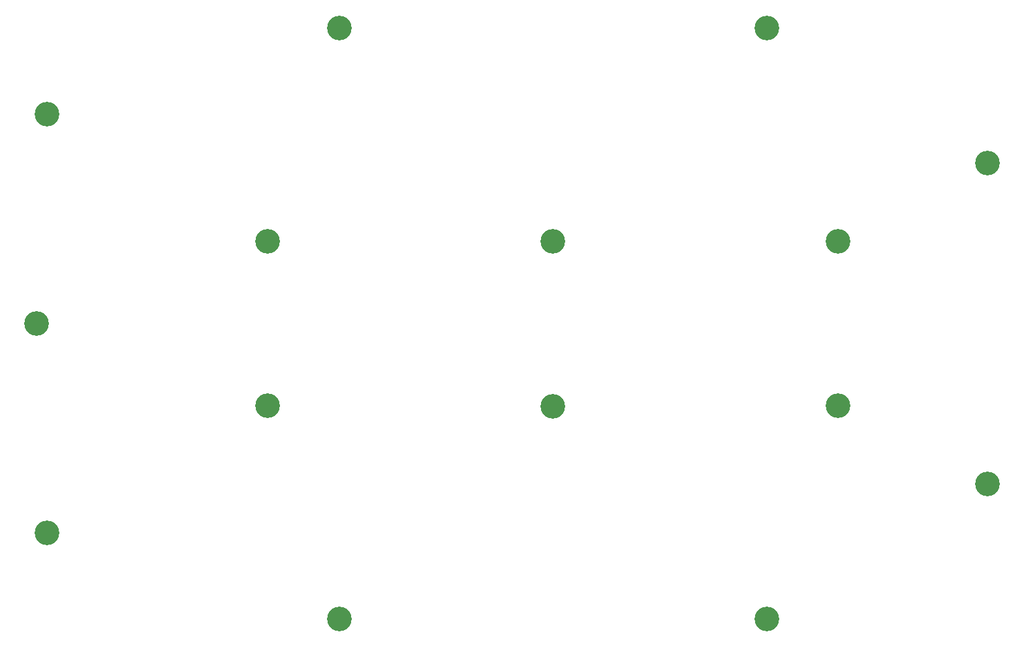
<source format=gbr>
%TF.GenerationSoftware,KiCad,Pcbnew,8.0.0*%
%TF.CreationDate,2025-01-10T11:52:10+00:00*%
%TF.ProjectId,vape_powerbank_pcb,76617065-5f70-46f7-9765-7262616e6b5f,rev?*%
%TF.SameCoordinates,Original*%
%TF.FileFunction,Soldermask,Bot*%
%TF.FilePolarity,Negative*%
%FSLAX46Y46*%
G04 Gerber Fmt 4.6, Leading zero omitted, Abs format (unit mm)*
G04 Created by KiCad (PCBNEW 8.0.0) date 2025-01-10 11:52:10*
%MOMM*%
%LPD*%
G01*
G04 APERTURE LIST*
%ADD10C,3.200000*%
G04 APERTURE END LIST*
D10*
%TO.C,REF\u002A\u002A*%
X50164338Y-92549144D03*
%TD*%
%TO.C,REF\u002A\u002A*%
X134238592Y-33298585D03*
%TD*%
%TO.C,REF\u002A\u002A*%
X12256502Y-81362920D03*
%TD*%
%TO.C,REF\u002A\u002A*%
X114914338Y-64846616D03*
%TD*%
%TO.C,REF\u002A\u002A*%
X105664338Y-92549144D03*
%TD*%
%TO.C,REF\u002A\u002A*%
X40872505Y-64841489D03*
%TD*%
%TO.C,REF\u002A\u002A*%
X77900000Y-64900000D03*
%TD*%
%TO.C,REF\u002A\u002A*%
X77914338Y-43452847D03*
%TD*%
%TO.C,REF\u002A\u002A*%
X50164338Y-15782128D03*
%TD*%
%TO.C,REF\u002A\u002A*%
X134238594Y-75022433D03*
%TD*%
%TO.C,REF\u002A\u002A*%
X12256412Y-26958020D03*
%TD*%
%TO.C,REF\u002A\u002A*%
X114914338Y-43484656D03*
%TD*%
%TO.C,REF\u002A\u002A*%
X40872505Y-43479529D03*
%TD*%
%TO.C,REF\u002A\u002A*%
X10932505Y-54160509D03*
%TD*%
%TO.C,REF\u002A\u002A*%
X105664338Y-15782126D03*
%TD*%
M02*

</source>
